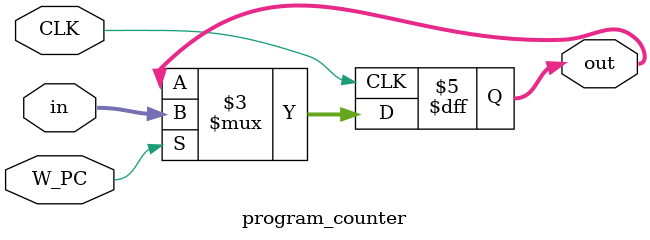
<source format=v>
module program_counter(
			input 	wire[31:0]	in,
			input 	wire		W_PC,
			input 				CLK,
			output	reg[31:0] 	out);

	always @(posedge CLK) begin
		if(W_PC == 1'b1) out <= in;
	end

endmodule
</source>
